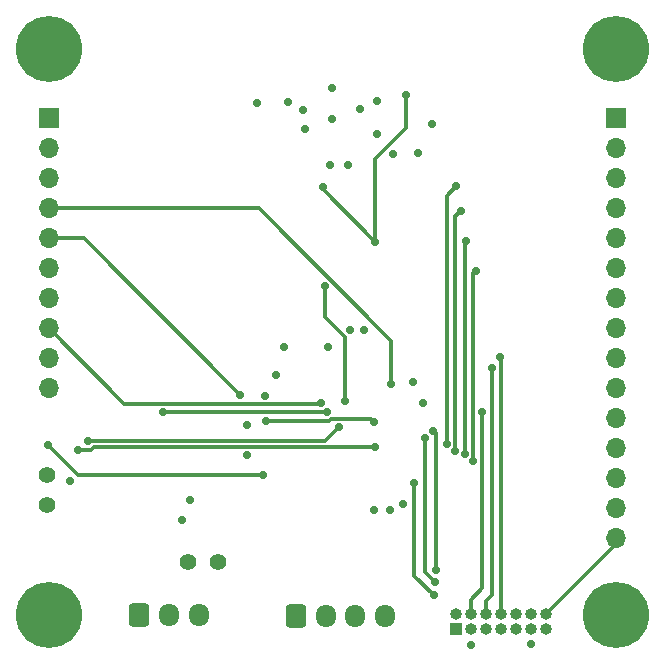
<source format=gbr>
%TF.GenerationSoftware,KiCad,Pcbnew,9.0.0*%
%TF.CreationDate,2025-02-22T16:22:58-05:00*%
%TF.ProjectId,SensorModuleBreakout,53656e73-6f72-44d6-9f64-756c65427265,rev?*%
%TF.SameCoordinates,Original*%
%TF.FileFunction,Copper,L4,Bot*%
%TF.FilePolarity,Positive*%
%FSLAX46Y46*%
G04 Gerber Fmt 4.6, Leading zero omitted, Abs format (unit mm)*
G04 Created by KiCad (PCBNEW 9.0.0) date 2025-02-22 16:22:58*
%MOMM*%
%LPD*%
G01*
G04 APERTURE LIST*
G04 Aperture macros list*
%AMRoundRect*
0 Rectangle with rounded corners*
0 $1 Rounding radius*
0 $2 $3 $4 $5 $6 $7 $8 $9 X,Y pos of 4 corners*
0 Add a 4 corners polygon primitive as box body*
4,1,4,$2,$3,$4,$5,$6,$7,$8,$9,$2,$3,0*
0 Add four circle primitives for the rounded corners*
1,1,$1+$1,$2,$3*
1,1,$1+$1,$4,$5*
1,1,$1+$1,$6,$7*
1,1,$1+$1,$8,$9*
0 Add four rect primitives between the rounded corners*
20,1,$1+$1,$2,$3,$4,$5,0*
20,1,$1+$1,$4,$5,$6,$7,0*
20,1,$1+$1,$6,$7,$8,$9,0*
20,1,$1+$1,$8,$9,$2,$3,0*%
G04 Aperture macros list end*
%TA.AperFunction,ComponentPad*%
%ADD10RoundRect,0.250000X-0.600000X-0.725000X0.600000X-0.725000X0.600000X0.725000X-0.600000X0.725000X0*%
%TD*%
%TA.AperFunction,ComponentPad*%
%ADD11O,1.700000X1.950000*%
%TD*%
%TA.AperFunction,ComponentPad*%
%ADD12C,5.600000*%
%TD*%
%TA.AperFunction,ComponentPad*%
%ADD13R,1.700000X1.700000*%
%TD*%
%TA.AperFunction,ComponentPad*%
%ADD14O,1.700000X1.700000*%
%TD*%
%TA.AperFunction,ComponentPad*%
%ADD15C,1.400000*%
%TD*%
%TA.AperFunction,ComponentPad*%
%ADD16R,1.000000X1.000000*%
%TD*%
%TA.AperFunction,ComponentPad*%
%ADD17O,1.000000X1.000000*%
%TD*%
%TA.AperFunction,ViaPad*%
%ADD18C,0.700000*%
%TD*%
%TA.AperFunction,Conductor*%
%ADD19C,0.300000*%
%TD*%
G04 APERTURE END LIST*
D10*
%TO.P,J5,1,Pin_1*%
%TO.N,CC_TX*%
X126920000Y-104075000D03*
D11*
%TO.P,J5,2,Pin_2*%
%TO.N,CC_RX*%
X129420000Y-104075000D03*
%TO.P,J5,3,Pin_3*%
%TO.N,CC_WKE*%
X131920000Y-104075000D03*
%TO.P,J5,4,Pin_4*%
%TO.N,CC_RDY*%
X134420000Y-104075000D03*
%TD*%
D12*
%TO.P,H2,1,1*%
%TO.N,GND*%
X154000000Y-56000000D03*
%TD*%
%TO.P,H3,1,1*%
%TO.N,GND*%
X106000000Y-104000000D03*
%TD*%
D13*
%TO.P,J2,1,Pin_1*%
%TO.N,+3V3*%
X106000000Y-61920000D03*
D14*
%TO.P,J2,2,Pin_2*%
%TO.N,GND*%
X106000000Y-64460000D03*
%TO.P,J2,3,Pin_3*%
%TO.N,PB4*%
X106000000Y-67000000D03*
%TO.P,J2,4,Pin_4*%
%TO.N,PA15*%
X106000000Y-69540000D03*
%TO.P,J2,5,Pin_5*%
%TO.N,PA12*%
X106000000Y-72080000D03*
%TO.P,J2,6,Pin_6*%
%TO.N,PA11*%
X106000000Y-74620000D03*
%TO.P,J2,7,Pin_7*%
%TO.N,PB8*%
X106000000Y-77160000D03*
%TO.P,J2,8,Pin_8*%
%TO.N,PB9*%
X106000000Y-79700000D03*
%TO.P,J2,9,Pin_9*%
%TO.N,PA8*%
X106000000Y-82240000D03*
%TO.P,J2,10,Pin_10*%
%TO.N,PA1*%
X106000000Y-84780000D03*
%TD*%
D15*
%TO.P,JP2,1,A*%
%TO.N,Net-(JP2-A)*%
X120350000Y-99500000D03*
%TO.P,JP2,2,B*%
%TO.N,+3V3*%
X117810000Y-99500000D03*
%TD*%
D12*
%TO.P,H4,1,1*%
%TO.N,GND*%
X154000000Y-104000000D03*
%TD*%
%TO.P,H1,1,1*%
%TO.N,GND*%
X106000000Y-56000000D03*
%TD*%
D16*
%TO.P,J1,1,NC*%
%TO.N,unconnected-(J1-NC-Pad1)*%
X140430000Y-105150000D03*
D17*
%TO.P,J1,2,NC*%
%TO.N,unconnected-(J1-NC-Pad2)*%
X140430000Y-103880000D03*
%TO.P,J1,3,VCC*%
%TO.N,+3V3*%
X141700000Y-105150000D03*
%TO.P,J1,4,JTMS/SWDIO*%
%TO.N,JTMS{slash}SWDIO*%
X141700000Y-103880000D03*
%TO.P,J1,5,GND*%
%TO.N,GND*%
X142970000Y-105150000D03*
%TO.P,J1,6,JCLK/SWCLK*%
%TO.N,JTCK_SWCLK*%
X142970000Y-103880000D03*
%TO.P,J1,7,GND*%
%TO.N,GND*%
X144240000Y-105150000D03*
%TO.P,J1,8,JTDO/SWO*%
%TO.N,JTDO{slash}SWO*%
X144240000Y-103880000D03*
%TO.P,J1,9,JRCLK/NC*%
%TO.N,unconnected-(J1-JRCLK{slash}NC-Pad9)*%
X145510000Y-105150000D03*
%TO.P,J1,10,JTDI/NC*%
%TO.N,unconnected-(J1-JTDI{slash}NC-Pad10)*%
X145510000Y-103880000D03*
%TO.P,J1,11,GNDDetect*%
%TO.N,GND*%
X146780000Y-105150000D03*
%TO.P,J1,12,~{RST}*%
%TO.N,NRST*%
X146780000Y-103880000D03*
%TO.P,J1,13,VCP_RX*%
%TO.N,VCP_RX*%
X148050000Y-105150000D03*
%TO.P,J1,14,VCP_TX*%
%TO.N,VCP_TX*%
X148050000Y-103880000D03*
%TD*%
D13*
%TO.P,J3,1,Pin_1*%
%TO.N,SDA*%
X154000000Y-61920000D03*
D14*
%TO.P,J3,2,Pin_2*%
%TO.N,SCL*%
X154000000Y-64460000D03*
%TO.P,J3,3,Pin_3*%
%TO.N,PB15*%
X154000000Y-67000000D03*
%TO.P,J3,4,Pin_4*%
%TO.N,PB14*%
X154000000Y-69540000D03*
%TO.P,J3,5,Pin_5*%
%TO.N,PB13*%
X154000000Y-72080000D03*
%TO.P,J3,6,Pin_6*%
%TO.N,PB12*%
X154000000Y-74620000D03*
%TO.P,J3,7,Pin_7*%
%TO.N,PB11*%
X154000000Y-77160000D03*
%TO.P,J3,8,Pin_8*%
%TO.N,PB10*%
X154000000Y-79700000D03*
%TO.P,J3,9,Pin_9*%
%TO.N,PB2*%
X154000000Y-82240000D03*
%TO.P,J3,10,Pin_10*%
%TO.N,PB1*%
X154000000Y-84780000D03*
%TO.P,J3,11,Pin_11*%
%TO.N,PB0*%
X154000000Y-87320000D03*
%TO.P,J3,12,Pin_12*%
%TO.N,PA7*%
X154000000Y-89860000D03*
%TO.P,J3,13,Pin_13*%
%TO.N,PA6*%
X154000000Y-92400000D03*
%TO.P,J3,14,Pin_14*%
%TO.N,VCP_RX*%
X154000000Y-94940000D03*
%TO.P,J3,15,Pin_15*%
%TO.N,VCP_TX*%
X154000000Y-97480000D03*
%TD*%
D10*
%TO.P,J4,1,Pin_1*%
%TO.N,VBAT*%
X113670000Y-104000000D03*
D11*
%TO.P,J4,2,Pin_2*%
%TO.N,GND*%
X116170000Y-104000000D03*
%TO.P,J4,3,Pin_3*%
%TO.N,+3V3*%
X118670000Y-104000000D03*
%TD*%
D15*
%TO.P,JP1,1,A*%
%TO.N,+3V3*%
X105850000Y-92100000D03*
%TO.P,JP1,2,B*%
%TO.N,/BOOT0*%
X105850000Y-94640000D03*
%TD*%
D18*
%TO.N,SCL*%
X136250000Y-59900000D03*
%TO.N,GND*%
X138450000Y-62350000D03*
X137250000Y-64850000D03*
X135100000Y-64900000D03*
%TO.N,+3V3*%
X133750000Y-60400000D03*
%TO.N,GND*%
X133750000Y-63250000D03*
%TO.N,+3V3*%
X134850000Y-95050000D03*
X136800000Y-84200000D03*
X124300000Y-85400000D03*
X131300000Y-65900000D03*
X126250000Y-60550000D03*
X131500000Y-79850000D03*
X141700000Y-106500000D03*
X122800000Y-90450000D03*
X125900000Y-81300000D03*
X132650000Y-79800000D03*
%TO.N,GND*%
X130000000Y-62000000D03*
X137650000Y-86000000D03*
X133550000Y-95050000D03*
X129800000Y-65900000D03*
X125200000Y-83600000D03*
X146800000Y-106400000D03*
X117300000Y-95900000D03*
X123600000Y-60600000D03*
X122800000Y-87850000D03*
X135950000Y-94550000D03*
X127550000Y-61200000D03*
X117950000Y-94250000D03*
X130000000Y-59300000D03*
X127650000Y-62800000D03*
X132350000Y-61150000D03*
X107800000Y-92600000D03*
X129650000Y-81300000D03*
%TO.N,VCP_TX*%
X137850000Y-88950000D03*
X138700000Y-101200000D03*
%TO.N,JTDO{slash}SWO*%
X144200000Y-82150000D03*
%TO.N,JTCK_SWCLK*%
X143500000Y-83050000D03*
%TO.N,JTMS{slash}SWDIO*%
X142700000Y-86750000D03*
%TO.N,NRST*%
X138600000Y-102300000D03*
X136950000Y-92800000D03*
%TO.N,VCP_RX*%
X138513440Y-88341846D03*
X138750000Y-100150000D03*
%TO.N,SCL*%
X129200000Y-67700000D03*
X133650000Y-72350000D03*
%TO.N,PA15*%
X135000000Y-84400000D03*
%TO.N,PB15*%
X140500000Y-67650000D03*
X139700000Y-89450000D03*
%TO.N,PB13*%
X141221166Y-90369362D03*
X141350000Y-72300000D03*
%TO.N,PB14*%
X140850000Y-69750000D03*
X140387049Y-90031350D03*
%TO.N,PB12*%
X141905106Y-90954367D03*
X142150000Y-74800000D03*
%TO.N,PA8*%
X133600000Y-89750000D03*
X108500000Y-90000000D03*
%TO.N,PA12*%
X122150000Y-85300000D03*
X124400000Y-87550000D03*
X133490965Y-87590965D03*
%TO.N,PB9*%
X129050000Y-86000000D03*
%TO.N,PB8*%
X115650000Y-86800000D03*
X129533189Y-86759297D03*
%TO.N,PA1*%
X124150000Y-92100000D03*
X105950000Y-89550000D03*
%TO.N,PB4*%
X131050000Y-85800000D03*
X129350000Y-76100000D03*
%TO.N,/BOOT0*%
X130600000Y-88050000D03*
X109350000Y-89250000D03*
%TD*%
D19*
%TO.N,SCL*%
X133650000Y-65350000D02*
X136250000Y-62750000D01*
X136250000Y-62750000D02*
X136250000Y-59900000D01*
X133650000Y-66700000D02*
X133650000Y-65350000D01*
%TO.N,VCP_TX*%
X154000000Y-97930000D02*
X154000000Y-97480000D01*
X148050000Y-103880000D02*
X154000000Y-97930000D01*
X137850000Y-88950000D02*
X137850000Y-100350000D01*
X137850000Y-100350000D02*
X138700000Y-101200000D01*
%TO.N,JTDO{slash}SWO*%
X144200000Y-82150000D02*
X144240000Y-82190000D01*
X144240000Y-82190000D02*
X144240000Y-103880000D01*
%TO.N,JTCK_SWCLK*%
X142970000Y-102780000D02*
X142970000Y-103880000D01*
X143500000Y-102250000D02*
X142970000Y-102780000D01*
X143500000Y-83050000D02*
X143500000Y-102250000D01*
%TO.N,JTMS{slash}SWDIO*%
X141700000Y-102650000D02*
X141700000Y-103880000D01*
X142700000Y-101650000D02*
X141700000Y-102650000D01*
X142700000Y-86750000D02*
X142700000Y-101650000D01*
%TO.N,NRST*%
X136950000Y-92800000D02*
X136950000Y-100650000D01*
X136950000Y-100650000D02*
X138600000Y-102300000D01*
%TO.N,VCP_RX*%
X138513440Y-88341846D02*
X138750000Y-88578406D01*
X138750000Y-88578406D02*
X138750000Y-100150000D01*
%TO.N,SCL*%
X129200000Y-67900000D02*
X129200000Y-67700000D01*
X133650000Y-72350000D02*
X129200000Y-67900000D01*
X133650000Y-72350000D02*
X133650000Y-66700000D01*
%TO.N,PA15*%
X135000000Y-80760050D02*
X123779950Y-69540000D01*
X135000000Y-84400000D02*
X135000000Y-80760050D01*
X123779950Y-69540000D02*
X106000000Y-69540000D01*
%TO.N,PB15*%
X139700000Y-68450000D02*
X140500000Y-67650000D01*
X139700000Y-89450000D02*
X139700000Y-68450000D01*
%TO.N,PB13*%
X141221166Y-90369362D02*
X141221166Y-72428834D01*
X141221166Y-72428834D02*
X141350000Y-72300000D01*
%TO.N,PB14*%
X140400000Y-90018399D02*
X140400000Y-70200000D01*
X140400000Y-70200000D02*
X140850000Y-69750000D01*
X140387049Y-90031350D02*
X140400000Y-90018399D01*
%TO.N,PB12*%
X141921166Y-90938307D02*
X141921166Y-75028834D01*
X141905106Y-90954367D02*
X141921166Y-90938307D01*
X141921166Y-75028834D02*
X142150000Y-74800000D01*
%TO.N,PA8*%
X109589950Y-90000000D02*
X108500000Y-90000000D01*
X109839950Y-89750000D02*
X109589950Y-90000000D01*
X133600000Y-89750000D02*
X109839950Y-89750000D01*
%TO.N,PA12*%
X129710050Y-87550000D02*
X124400000Y-87550000D01*
X133490965Y-87590965D02*
X133250000Y-87350000D01*
X108930000Y-72080000D02*
X106000000Y-72080000D01*
X133250000Y-87350000D02*
X129910050Y-87350000D01*
X129910050Y-87350000D02*
X129710050Y-87550000D01*
X122150000Y-85300000D02*
X108930000Y-72080000D01*
%TO.N,PB9*%
X128950000Y-86100000D02*
X112400000Y-86100000D01*
X112400000Y-86100000D02*
X106000000Y-79700000D01*
X129050000Y-86000000D02*
X128950000Y-86100000D01*
%TO.N,PB8*%
X129492486Y-86800000D02*
X129533189Y-86759297D01*
X115650000Y-86800000D02*
X129492486Y-86800000D01*
%TO.N,PA1*%
X108500000Y-92100000D02*
X105950000Y-89550000D01*
X124150000Y-92100000D02*
X108500000Y-92100000D01*
%TO.N,PB4*%
X131050000Y-85800000D02*
X131050000Y-80389950D01*
X131050000Y-80389950D02*
X129350000Y-78689950D01*
X129350000Y-78689950D02*
X129350000Y-76100000D01*
%TO.N,/BOOT0*%
X130600000Y-88050000D02*
X129400000Y-89250000D01*
X129400000Y-89250000D02*
X109350000Y-89250000D01*
%TD*%
M02*

</source>
